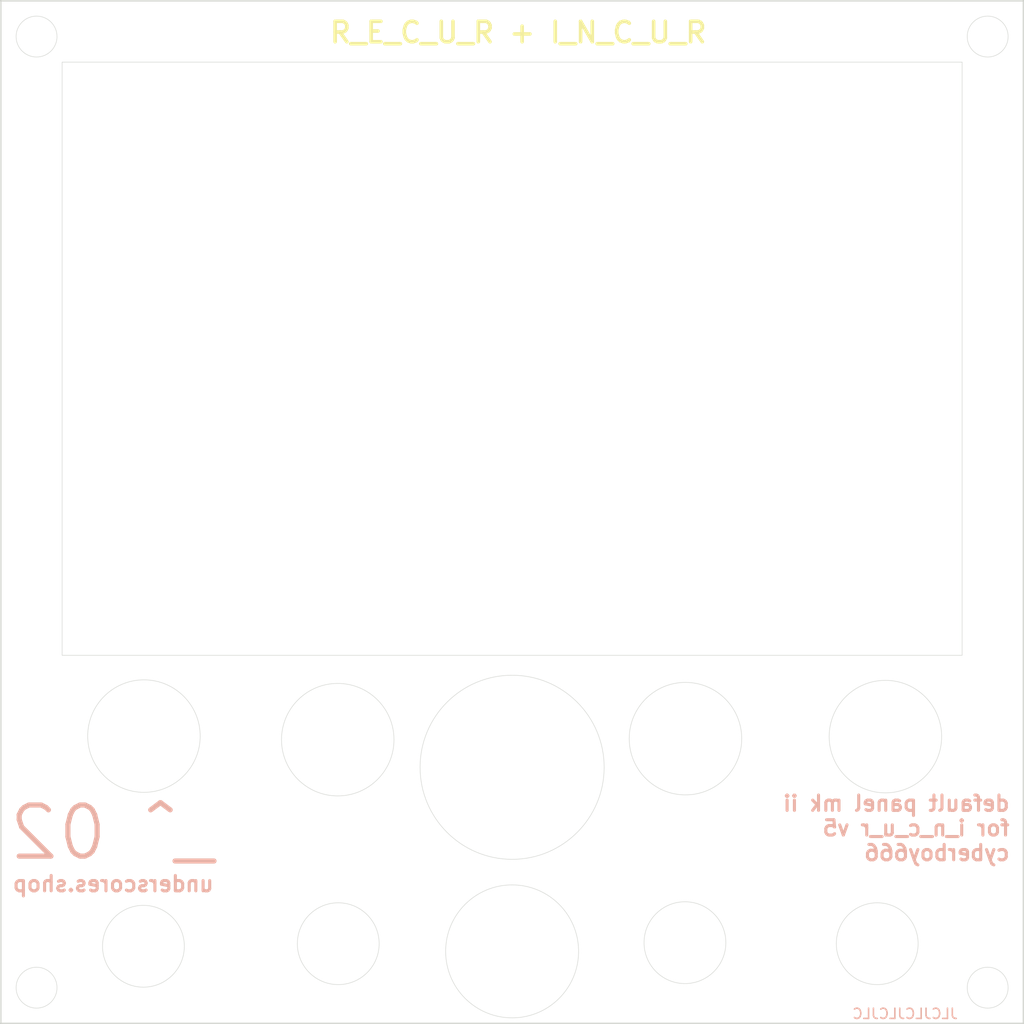
<source format=kicad_pcb>
(kicad_pcb (version 20211014) (generator pcbnew)

  (general
    (thickness 1.6)
  )

  (paper "A4")
  (title_block
    (title "i_n_c_u_r v5")
    (date "2019-06-01")
    (company "cyberboy666 & user43368831")
  )

  (layers
    (0 "F.Cu" signal)
    (31 "B.Cu" signal)
    (33 "F.Adhes" user "F.Adhesive")
    (35 "F.Paste" user)
    (36 "B.SilkS" user "B.Silkscreen")
    (37 "F.SilkS" user "F.Silkscreen")
    (38 "B.Mask" user)
    (39 "F.Mask" user)
    (40 "Dwgs.User" user "User.Drawings")
    (41 "Cmts.User" user "User.Comments")
    (42 "Eco1.User" user "User.Eco1")
    (43 "Eco2.User" user "User.Eco2")
    (44 "Edge.Cuts" user)
    (45 "Margin" user)
    (47 "F.CrtYd" user "F.Courtyard")
    (49 "F.Fab" user)
  )

  (setup
    (pad_to_mask_clearance 0.2)
    (pcbplotparams
      (layerselection 0x00010f0_ffffffff)
      (disableapertmacros false)
      (usegerberextensions false)
      (usegerberattributes false)
      (usegerberadvancedattributes false)
      (creategerberjobfile false)
      (svguseinch false)
      (svgprecision 6)
      (excludeedgelayer true)
      (plotframeref false)
      (viasonmask false)
      (mode 1)
      (useauxorigin false)
      (hpglpennumber 1)
      (hpglpenspeed 20)
      (hpglpendiameter 15.000000)
      (dxfpolygonmode true)
      (dxfimperialunits true)
      (dxfusepcbnewfont true)
      (psnegative false)
      (psa4output false)
      (plotreference true)
      (plotvalue false)
      (plotinvisibletext false)
      (sketchpadsonfab false)
      (subtractmaskfromsilk false)
      (outputformat 1)
      (mirror false)
      (drillshape 0)
      (scaleselection 1)
      (outputdirectory "i_n_c_u_r_default_panel_for_v5_mk_ii/")
    )
  )

  (net 0 "")

  (gr_circle (center 120 114.95) (end 129 114.95) (layer "Edge.Cuts") (width 0.05) (fill none) (tstamp 0240fd8b-e80b-469f-b980-049a76eaf3d4))
  (gr_line (start 76 46) (end 164 46) (layer "Edge.Cuts") (width 0.05) (tstamp 0fe9dc93-d36f-4509-8851-1812f7407778))
  (gr_circle (center 73.5 136.5) (end 75.5 136.5) (layer "Edge.Cuts") (width 0.05) (fill none) (tstamp 24556521-114d-479e-9870-8a8f812bc942))
  (gr_line (start 70 40) (end 170 40) (layer "Edge.Cuts") (width 0.15) (tstamp 35ce346a-58fd-42a9-92e2-6c6ea6988fc1))
  (gr_circle (center 136.95 112.15) (end 142.45 112.15) (layer "Edge.Cuts") (width 0.05) (fill none) (tstamp 4483906e-f778-42c4-bc34-ce3a6da215f6))
  (gr_line (start 170 140) (end 70 140) (layer "Edge.Cuts") (width 0.15) (tstamp 4a846bd3-f3a6-40e0-93d4-eae948e413e3))
  (gr_circle (center 136.9 132.1) (end 140.9 132.1) (layer "Edge.Cuts") (width 0.05) (fill none) (tstamp 4d669bc9-8b88-4a58-a208-0b79258879da))
  (gr_circle (center 155.7 132.2) (end 159.7 132.2) (layer "Edge.Cuts") (width 0.05) (fill none) (tstamp 65836827-c670-442d-883e-f13d82099cc8))
  (gr_circle (center 83.95 132.45) (end 87.95 132.45) (layer "Edge.Cuts") (width 0.05) (fill none) (tstamp 6a276fe8-bbb2-412f-8208-7d6bab1a613f))
  (gr_circle (center 103 132.2) (end 107 132.2) (layer "Edge.Cuts") (width 0.05) (fill none) (tstamp 6b122fb6-cded-4081-b237-5ccb90c0b6ec))
  (gr_circle (center 166.5 136.5) (end 168.5 136.5) (layer "Edge.Cuts") (width 0.05) (fill none) (tstamp 737bca71-e7c9-440d-9da8-8b39b656a47d))
  (gr_circle (center 84 111.9) (end 89.5 111.9) (layer "Edge.Cuts") (width 0.05) (fill none) (tstamp 75477c34-54a4-40ce-b717-04a25af61602))
  (gr_circle (center 73.5 43.5) (end 75.5 43.5) (layer "Edge.Cuts") (width 0.05) (fill none) (tstamp 920a09dd-11fe-4836-8eb3-c04ccfae3aeb))
  (gr_circle (center 102.95 112.25) (end 108.45 112.25) (layer "Edge.Cuts") (width 0.05) (fill none) (tstamp a06f9f05-1a2a-40a4-bab7-b92223ce34a2))
  (gr_circle (center 120 132.95) (end 126.5 132.95) (layer "Edge.Cuts") (width 0.05) (fill none) (tstamp a4e71c5b-45d5-4519-b5b9-421ab3a45c16))
  (gr_line (start 164 46) (end 164 104) (layer "Edge.Cuts") (width 0.05) (tstamp aa4ee382-1f87-45ee-a935-a7d9b8352856))
  (gr_line (start 170 40) (end 170 140) (layer "Edge.Cuts") (width 0.15) (tstamp b21923fd-e00a-4587-b38e-896182a64983))
  (gr_line (start 76 46) (end 76 104) (layer "Edge.Cuts") (width 0.05) (tstamp cc07f979-5118-443f-8eaf-8fa94ed1f0e9))
  (gr_line (start 70 140) (end 70 40) (layer "Edge.Cuts") (width 0.15) (tstamp cc7c5ed0-cff3-4e15-acb2-ffda602a94a1))
  (gr_circle (center 166.5 43.5) (end 168.5 43.5) (layer "Edge.Cuts") (width 0.05) (fill none) (tstamp db7367f4-555f-489f-834b-1a264c96a3e1))
  (gr_circle (center 156.5 111.95) (end 162 111.95) (layer "Edge.Cuts") (width 0.05) (fill none) (tstamp dfcb5617-a903-4877-b2f0-da870163f78a))
  (gr_line (start 76 104) (end 164 104) (layer "Edge.Cuts") (width 0.05) (tstamp f6d76128-fa33-4f15-a8e7-dd919cbcba0e))
  (gr_text "JLCJLCJLCJLC" (at 158.425 139.05) (layer "B.SilkS") (tstamp 1bbefa1a-5090-4b1d-be96-5dea9aeb3588)
    (effects (font (size 1 1) (thickness 0.15)) (justify mirror))
  )
  (gr_text "default panel mk ii\nfor i_n_c_u_r v5\ncyberboy666" (at 168.8 120.9) (layer "B.SilkS") (tstamp 463a716b-ae54-4d65-abd4-f6a879492036)
    (effects (font (size 1.5 1.5) (thickness 0.3)) (justify left mirror))
  )
  (gr_text "_^ 02" (at 80.85 121.35) (layer "B.SilkS") (tstamp 81b61f44-a684-414e-8c7c-00f74e01d3b9)
    (effects (font (size 5 5) (thickness 0.5)) (justify mirror))
  )
  (gr_text "underscores.shop" (at 81 126.35) (layer "B.SilkS") (tstamp bc760e11-f9f0-4358-a50c-dc33b9ff14a4)
    (effects (font (size 1.5 1.5) (thickness 0.3)) (justify mirror))
  )
  (gr_text "R_E_C_U_R + I_N_C_U_R" (at 120.6 43.1) (layer "F.SilkS") (tstamp 4cc7994a-010a-48b1-89e1-8676595669d3)
    (effects (font (size 2 2) (thickness 0.35)))
  )

)

</source>
